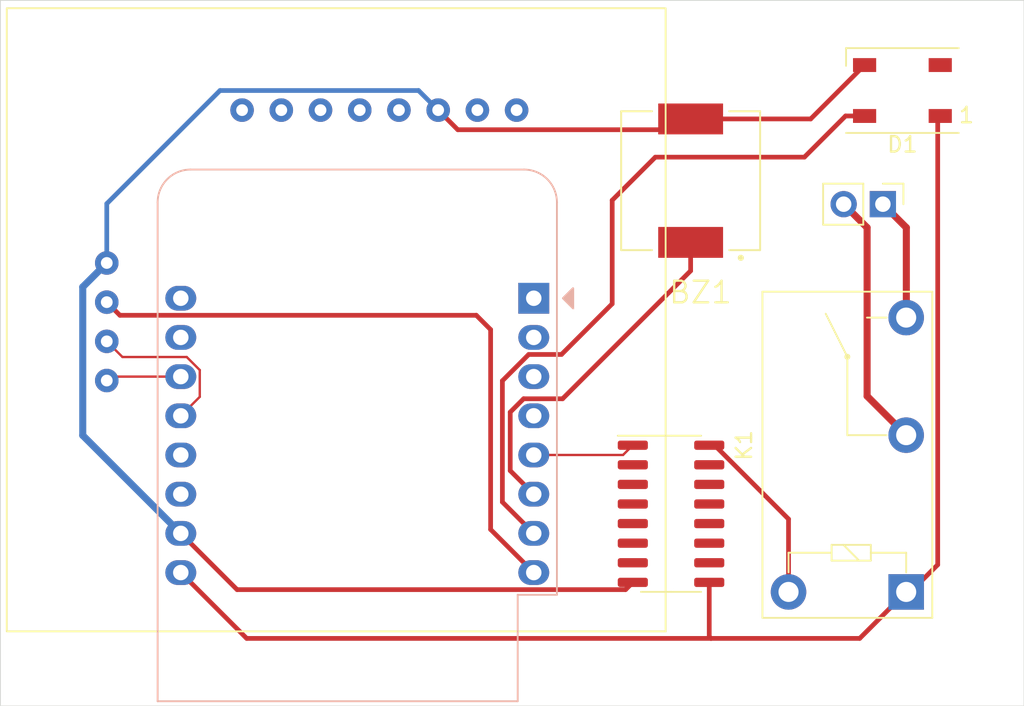
<source format=kicad_pcb>
(kicad_pcb (version 20211014) (generator pcbnew)
  (layers (0 "F.Cu" signal) (31 "B.Cu" signal) (34 "B.Paste" user) (35 "F.Paste" user) (36 "B.SilkS" user "B.Silkscreen") (37 "F.SilkS" user "F.Silkscreen") (38 "B.Mask" user) (39 "F.Mask" user) (44 "Edge.Cuts" user))
  (net 0 "")
  (net 4 "5V")
  (net 6 "GND")
  (net 7 "BUZZ")
  (net 8 "LED")
  (net 13 "Net-(K1-Pad5)")
  (net 14 "SWITCH")
  (net 28 "3V")
  (net 29 "SDA")
  (net 30 "SCL")
  (net 38 "Net-(J1-Pad1)")
  (net 39 "Net-(J1-Pad2)")
  (footprint "Connector_PinHeader_2.54mm:PinHeader_1x02_P2.54mm_Vertical" (layer "F.Cu") (at 134.371 67.564 -90)
    (fp_text reference "J1" hide)
    (fp_text value "Conn_01x02" hide)
    (fp_line (start -1.33 0) (end -1.33 -1.33) (layer "F.SilkS") (width 0.12))
    (fp_line (start -1.33 3.87) (end 1.33 3.87) (layer "F.SilkS") (width 0.12))
    (fp_line (start -1.33 -1.33) (end 0 -1.33) (layer "F.SilkS") (width 0.12))
    (fp_line (start -1.33 1.27) (end 1.33 1.27) (layer "F.SilkS") (width 0.12))
    (fp_line (start -1.33 1.27) (end -1.33 3.87) (layer "F.SilkS") (width 0.12))
    (fp_line (start 1.33 1.27) (end 1.33 3.87) (layer "F.SilkS") (width 0.12))
    (pad "1" thru_hole rect (at 0 0 270) (size 1.7 1.7) (drill 1) (layers *.Cu *.Mask) (net 38 "Net-(J1-Pad1)"))
    (pad "2" thru_hole oval (at 0 2.54 270) (size 1.7 1.7) (drill 1) (layers *.Cu *.Mask) (net 39 "Net-(J1-Pad2)"))
  )
  (footprint "parts:NFC_Reader_V3" (layer "F.Cu") (at 120.301 95.25 180)
    (fp_text reference "U2" hide)
    (fp_text value "NFC_Reader_V3" hide)
    (fp_rect (start 0 0) (end 42.672 40.386) (layer "F.SilkS") (width 0.12) (fill none))
    (pad "1" thru_hole circle (at 36.195 23.876 180) (size 1.524 1.524) (drill 0.762) (layers *.Mask "F.Cu" "In1.Cu" "B.Cu") (net 6 "GND"))
    (pad "2" thru_hole circle (at 36.195 21.336 180) (size 1.524 1.524) (drill 0.762) (layers *.Mask "F.Cu" "In1.Cu" "B.Cu") (net 28 "3V"))
    (pad "3" thru_hole circle (at 36.195 18.796 180) (size 1.524 1.524) (drill 0.762) (layers *.Mask "F.Cu" "In1.Cu" "B.Cu") (net 29 "SDA"))
    (pad "4" thru_hole circle (at 36.195 16.256 180) (size 1.524 1.524) (drill 0.762) (layers *.Mask "F.Cu" "In1.Cu" "B.Cu") (net 30 "SCL"))
    (pad "5" thru_hole circle (at 27.432 33.782 270) (size 1.524 1.524) (drill 0.762) (layers *.Mask "F.Cu" "In1.Cu" "B.Cu"))
    (pad "6" thru_hole circle (at 24.892 33.782 180) (size 1.524 1.524) (drill 0.762) (layers *.Mask "F.Cu" "In1.Cu" "B.Cu"))
    (pad "7" thru_hole circle (at 22.352 33.782 180) (size 1.524 1.524) (drill 0.762) (layers *.Mask "F.Cu" "In1.Cu" "B.Cu"))
    (pad "8" thru_hole circle (at 19.812 33.782 180) (size 1.524 1.524) (drill 0.762) (layers *.Mask "F.Cu" "In1.Cu" "B.Cu"))
    (pad "9" thru_hole circle (at 17.272 33.782 180) (size 1.524 1.524) (drill 0.762) (layers *.Mask "F.Cu" "In1.Cu" "B.Cu"))
    (pad "10" thru_hole circle (at 14.732 33.782 180) (size 1.524 1.524) (drill 0.762) (layers *.Mask "F.Cu" "In1.Cu" "B.Cu") (net 6 "GND"))
    (pad "11" thru_hole circle (at 12.192 33.782 180) (size 1.524 1.524) (drill 0.762) (layers *.Mask "F.Cu" "In1.Cu" "B.Cu"))
    (pad "12" thru_hole circle (at 9.652 33.782 180) (size 1.524 1.524) (drill 0.762) (layers *.Mask "F.Cu" "In1.Cu" "B.Cu"))
  )
  (footprint "parts:CUI_CPT-9019S-SMT" (layer "F.Cu") (at 121.92 66.04 180)
    (fp_text reference "BZ1" (at -0.6353 -7.24235) (layer "F.SilkS") (effects (font (size 1.400646 1.400646))))
    (fp_text value "Buzzer")
    (fp_line (start -4.5 4.5) (end -2.5 4.5) (layer "F.SilkS") (width 0.127))
    (fp_line (start -4.5 -4.5) (end -4.5 4.5) (layer "F.SilkS") (width 0.127))
    (fp_line (start 4.5 4.5) (end 4.5 -4.5) (layer "F.SilkS") (width 0.127))
    (fp_line (start 4.5 -4.5) (end 2.5 -4.5) (layer "F.SilkS") (width 0.127))
    (fp_line (start -2.5 -4.5) (end -4.5 -4.5) (layer "F.SilkS") (width 0.127))
    (fp_line (start 2.5 4.5) (end 4.5 4.5) (layer "F.SilkS") (width 0.127))
    (fp_circle (center -3.25 -5) (end -3.15 -5) (layer "F.SilkS") (width 0.2) (fill none))
    (pad "1" smd rect locked (at 0 -4 180) (size 4.2 2) (layers "F.Cu" "F.Paste" "F.Mask") (net 7 "BUZZ"))
    (pad "2" smd rect locked (at 0 4 180) (size 4.2 2) (layers "F.Cu" "F.Paste" "F.Mask") (net 6 "GND"))
  )
  (footprint "LED_SMD:LED_WS2812B_PLCC4_5.0x5.0mm_P3.2mm" (layer "F.Cu") (at 135.636 60.198 180)
    (fp_text reference "D1" (at 0 -3.5) (layer "F.SilkS"))
    (fp_text value "WS2812B")
    (fp_text user "1" (at -4.15 -1.6) (layer "F.SilkS"))
    (fp_line (start 3.65 2.75) (end 3.65 1.6) (layer "F.SilkS") (width 0.12))
    (fp_line (start -3.65 2.75) (end 3.65 2.75) (layer "F.SilkS") (width 0.12))
    (fp_line (start -3.65 -2.75) (end 3.65 -2.75) (layer "F.SilkS") (width 0.12))
    (pad "1" smd rect (at -2.45 -1.65 180) (size 1.5 0.9) (layers "F.Cu" "F.Paste" "F.Mask") (net 4 "5V"))
    (pad "2" smd rect (at -2.45 1.65 180) (size 1.5 0.9) (layers "F.Cu" "F.Paste" "F.Mask"))
    (pad "3" smd rect (at 2.45 1.65 180) (size 1.5 0.9) (layers "F.Cu" "F.Paste" "F.Mask") (net 6 "GND"))
    (pad "4" smd rect (at 2.45 -1.65 180) (size 1.5 0.9) (layers "F.Cu" "F.Paste" "F.Mask") (net 8 "LED"))
  )
  (footprint "Relay_THT:Relay_SPST_Omron-G5Q-1A" (layer "F.Cu") (at 135.88 92.695 90)
    (fp_text reference "K1" (at 9.5 -10.5 90) (layer "F.SilkS"))
    (fp_text value "G5Q-1A")
    (fp_line (start 2.54 0) (end 2.54 -2.29) (layer "F.SilkS") (width 0.12))
    (fp_line (start 2.54 -2.29) (end 2.03 -2.29) (layer "F.SilkS") (width 0.12))
    (fp_line (start 2.03 -3.05) (end 3.05 -4.06) (layer "F.SilkS") (width 0.12))
    (fp_line (start 19.46 1.69) (end 19.46 -9.31) (layer "F.SilkS") (width 0.12))
    (fp_line (start 17.78 -1.27) (end 17.78 -2.54) (layer "F.SilkS") (width 0.12))
    (fp_line (start -1.68 1.69) (end -1.68 -9.31) (layer "F.SilkS") (width 0.12))
    (fp_line (start 2.54 -4.83) (end 3.05 -4.83) (layer "F.SilkS") (width 0.12))
    (fp_line (start 1.27 0) (end 2.54 0) (layer "F.SilkS") (width 0.12))
    (fp_line (start 2.54 -7.62) (end 1.27 -7.62) (layer "F.SilkS") (width 0.12))
    (fp_line (start 2.54 -4.83) (end 2.54 -7.62) (layer "F.SilkS") (width 0.12))
    (fp_line (start -1.68 -9.31) (end 19.46 -9.31) (layer "F.SilkS") (width 0.12))
    (fp_line (start 3.05 -4.83) (end 3.05 -2.29) (layer "F.SilkS") (width 0.12))
    (fp_line (start -1.68 1.69) (end 19.46 1.69) (layer "F.SilkS") (width 0.12))
    (fp_line (start 10.16 -3.81) (end 15.24 -3.81) (layer "F.SilkS") (width 0.12))
    (fp_line (start 10.16 -1.27) (end 10.16 -3.81) (layer "F.SilkS") (width 0.12))
    (fp_line (start 15.24 -3.81) (end 18.03 -5.21) (layer "F.SilkS") (width 0.12))
    (fp_line (start 2.03 -4.83) (end 2.54 -4.83) (layer "F.SilkS") (width 0.12))
    (fp_line (start 3.05 -2.29) (end 2.54 -2.29) (layer "F.SilkS") (width 0.12))
    (fp_line (start 2.03 -2.29) (end 2.03 -4.83) (layer "F.SilkS") (width 0.12))
    (fp_circle (center 15.24 -3.81) (end 15.24 -3.68) (layer "F.SilkS") (width 0.12) (fill none))
    (pad "1" thru_hole rect (at 0 0 270) (size 2.3 2.3) (drill 1.3) (layers *.Cu *.Mask) (net 4 "5V"))
    (pad "2" thru_hole circle (at 10.16 0 270) (size 2.3 2.3) (drill 1.3) (layers *.Cu *.Mask) (net 39 "Net-(J1-Pad2)"))
    (pad "3" thru_hole circle (at 17.78 0 270) (size 2.3 2.3) (drill 1.3) (layers *.Cu *.Mask) (net 38 "Net-(J1-Pad1)"))
    (pad "5" thru_hole circle (at 0 -7.62 270) (size 2.3 2.3) (drill 1.3) (layers *.Cu *.Mask) (net 13 "Net-(K1-Pad5)"))
  )
  (footprint "MountingHole:MountingHole_2.1mm" (layer "F.Cu") (at 85.09 62.484)
    (fp_text reference "H2" hide)
    (fp_text value "MountingHole" hide)
    (pad "" np_thru_hole circle (at 0 0) (size 2.1 2.1) (drill 2.1) (layers *.Cu *.Mask))
  )
  (footprint "Package_SO:SOIC-16_3.9x9.9mm_P1.27mm" (layer "F.Cu") (at 120.65 87.63)
    (fp_text reference "U3" hide)
    (fp_text value "ULN2003")
    (fp_line (start 0 5.06) (end -1.95 5.06) (layer "F.SilkS") (width 0.12))
    (fp_line (start 0 5.06) (end 1.95 5.06) (layer "F.SilkS") (width 0.12))
    (fp_line (start 0 -5.06) (end 1.95 -5.06) (layer "F.SilkS") (width 0.12))
    (fp_line (start 0 -5.06) (end -3.45 -5.06) (layer "F.SilkS") (width 0.12))
    (pad "1" smd roundrect (at -2.475 -4.445) (size 1.95 0.6) (layers "F.Cu" "F.Paste" "F.Mask") (net 14 "SWITCH"))
    (pad "2" smd roundrect (at -2.475 -3.175) (size 1.95 0.6) (layers "F.Cu" "F.Paste" "F.Mask"))
    (pad "3" smd roundrect (at -2.475 -1.905) (size 1.95 0.6) (layers "F.Cu" "F.Paste" "F.Mask"))
    (pad "4" smd roundrect (at -2.475 -0.635) (size 1.95 0.6) (layers "F.Cu" "F.Paste" "F.Mask"))
    (pad "5" smd roundrect (at -2.475 0.635) (size 1.95 0.6) (layers "F.Cu" "F.Paste" "F.Mask"))
    (pad "6" smd roundrect (at -2.475 1.905) (size 1.95 0.6) (layers "F.Cu" "F.Paste" "F.Mask"))
    (pad "7" smd roundrect (at -2.475 3.175) (size 1.95 0.6) (layers "F.Cu" "F.Paste" "F.Mask"))
    (pad "8" smd roundrect (at -2.475 4.445) (size 1.95 0.6) (layers "F.Cu" "F.Paste" "F.Mask") (net 6 "GND"))
    (pad "9" smd roundrect (at 2.475 4.445) (size 1.95 0.6) (layers "F.Cu" "F.Paste" "F.Mask") (net 4 "5V"))
    (pad "10" smd roundrect (at 2.475 3.175) (size 1.95 0.6) (layers "F.Cu" "F.Paste" "F.Mask"))
    (pad "11" smd roundrect (at 2.475 1.905) (size 1.95 0.6) (layers "F.Cu" "F.Paste" "F.Mask"))
    (pad "12" smd roundrect (at 2.475 0.635) (size 1.95 0.6) (layers "F.Cu" "F.Paste" "F.Mask"))
    (pad "13" smd roundrect (at 2.475 -0.635) (size 1.95 0.6) (layers "F.Cu" "F.Paste" "F.Mask"))
    (pad "14" smd roundrect (at 2.475 -1.905) (size 1.95 0.6) (layers "F.Cu" "F.Paste" "F.Mask"))
    (pad "15" smd roundrect (at 2.475 -3.175) (size 1.95 0.6) (layers "F.Cu" "F.Paste" "F.Mask"))
    (pad "16" smd roundrect (at 2.475 -4.445) (size 1.95 0.6) (layers "F.Cu" "F.Paste" "F.Mask") (net 13 "Net-(K1-Pad5)"))
  )
  (footprint "MountingHole:MountingHole_2.1mm" (layer "F.Cu") (at 139.954 96.52)
    (fp_text reference "H1" hide)
    (fp_text value "MountingHole" hide)
    (pad "" np_thru_hole circle (at 0 0) (size 2.1 2.1) (drill 2.1) (layers *.Cu *.Mask))
  )
  (footprint "Module:WEMOS_D1_mini_light" (layer "B.Cu") (at 111.76 73.66 180)
    (fp_text reference "U1" hide)
    (fp_text value "WeMos_D1_mini")
    (fp_line (start 24.36 -26.12) (end 24.36 6.21) (layer "B.SilkS") (width 0.12))
    (fp_line (start 1.04 -26.12) (end 24.36 -26.12) (layer "B.SilkS") (width 0.12))
    (fp_line (start 1.04 -19.22) (end 1.04 -26.12) (layer "B.SilkS") (width 0.12))
    (fp_line (start 22.24 8.34) (end 0.63 8.34) (layer "B.SilkS") (width 0.12))
    (fp_line (start -1.5 -19.22) (end 1.04 -19.22) (layer "B.SilkS") (width 0.12))
    (fp_line (start -1.5 -19.22) (end -1.5 6.21) (layer "B.SilkS") (width 0.12))
    (fp_arc (start 24.36 6.21) (mid 23.736137 7.716137) (end 22.23 8.34) (layer "B.SilkS") (width 0.12))
    (fp_arc (start 0.63 8.34) (mid -0.876137 7.716137) (end -1.5 6.21) (layer "B.SilkS") (width 0.12))
    (fp_poly (pts (xy -2.54 0.635) (xy -2.54 -0.635) (xy -1.905 0)) (layer "B.SilkS") (width 0.15) (fill solid))
    (pad "1" thru_hole rect (at 0 0 180) (size 2 2) (drill 1) (layers *.Cu *.Mask))
    (pad "2" thru_hole oval (at 0 -2.54 180) (size 2 1.6) (drill 1) (layers *.Cu *.Mask))
    (pad "3" thru_hole oval (at 0 -5.08 180) (size 2 1.6) (drill 1) (layers *.Cu *.Mask))
    (pad "4" thru_hole oval (at 0 -7.62 180) (size 2 1.6) (drill 1) (layers *.Cu *.Mask))
    (pad "5" thru_hole oval (at 0 -10.16 180) (size 2 1.6) (drill 1) (layers *.Cu *.Mask) (net 14 "SWITCH"))
    (pad "6" thru_hole oval (at 0 -12.7 180) (size 2 1.6) (drill 1) (layers *.Cu *.Mask) (net 7 "BUZZ"))
    (pad "7" thru_hole oval (at 0 -15.24 180) (size 2 1.6) (drill 1) (layers *.Cu *.Mask) (net 8 "LED"))
    (pad "8" thru_hole oval (at 0 -17.78 180) (size 2 1.6) (drill 1) (layers *.Cu *.Mask) (net 28 "3V"))
    (pad "9" thru_hole oval (at 22.86 -17.78 180) (size 2 1.6) (drill 1) (layers *.Cu *.Mask) (net 4 "5V"))
    (pad "10" thru_hole oval (at 22.86 -15.24 180) (size 2 1.6) (drill 1) (layers *.Cu *.Mask) (net 6 "GND"))
    (pad "11" thru_hole oval (at 22.86 -12.7 180) (size 2 1.6) (drill 1) (layers *.Cu *.Mask))
    (pad "12" thru_hole oval (at 22.86 -10.16 180) (size 2 1.6) (drill 1) (layers *.Cu *.Mask))
    (pad "13" thru_hole oval (at 22.86 -7.62 180) (size 2 1.6) (drill 1) (layers *.Cu *.Mask) (net 29 "SDA"))
    (pad "14" thru_hole oval (at 22.86 -5.08 180) (size 2 1.6) (drill 1) (layers *.Cu *.Mask) (net 30 "SCL"))
    (pad "15" thru_hole oval (at 22.86 -2.54 180) (size 2 1.6) (drill 1) (layers *.Cu *.Mask))
    (pad "16" thru_hole oval (at 22.86 0 180) (size 2 1.6) (drill 1) (layers *.Cu *.Mask))
  )
  (gr_rect (start 77.216 54.356) (end 143.51 100.076) (layer "Edge.Cuts") (width 0.05) (fill none))
  (segment (start 123.125 92.075) (end 123.125 95.591398) (width 0.3048) (layer "F.Cu") (net 4))
  (segment (start 137.922 62.012) (end 138.086 61.848) (width 0.3048) (layer "F.Cu") (net 4))
  (segment (start 123.125 95.591398) (end 123.240801 95.707199) (width 0.3048) (layer "F.Cu") (net 4))
  (segment (start 137.922 90.932) (end 136.159 92.695) (width 0.3048) (layer "F.Cu") (net 4))
  (segment (start 137.922 90.932) (end 137.922 62.012) (width 0.3048) (layer "F.Cu") (net 4))
  (segment (start 132.867801 95.707199) (end 123.240801 95.707199) (width 0.3048) (layer "F.Cu") (net 4))
  (segment (start 123.240801 95.707199) (end 93.167199 95.707199) (width 0.3048) (layer "F.Cu") (net 4))
  (segment (start 135.88 92.695) (end 132.867801 95.707199) (width 0.3048) (layer "F.Cu") (net 4))
  (segment (start 88.9 91.44) (end 93.167199 95.707199) (width 0.3048) (layer "F.Cu") (net 4))
  (segment (start 121.92 62.04) (end 129.694 62.04) (width 0.3048) (layer "F.Cu") (net 6))
  (segment (start 129.694 62.04) (end 133.186 58.548) (width 0.3048) (layer "F.Cu") (net 6))
  (segment (start 118.175 92.075) (end 117.7052 92.5448) (width 0.3048) (layer "F.Cu") (net 6))
  (segment (start 106.839 62.738) (end 121.222 62.738) (width 0.3048) (layer "F.Cu") (net 6))
  (segment (start 121.222 62.738) (end 121.92 62.04) (width 0.3048) (layer "F.Cu") (net 6))
  (segment (start 117.7052 92.5448) (end 92.5448 92.5448) (width 0.3048) (layer "F.Cu") (net 6))
  (segment (start 105.569 61.468) (end 106.839 62.738) (width 0.3048) (layer "F.Cu") (net 6))
  (segment (start 92.5448 92.5448) (end 88.9 88.9) (width 0.3048) (layer "F.Cu") (net 6))
  (segment (start 105.569 61.468) (end 104.299 60.198) (width 0.3048) (layer "B.Cu") (net 6))
  (segment (start 82.55 72.93) (end 84.106 71.374) (width 0.4572) (layer "B.Cu") (net 6))
  (segment (start 91.44 60.198) (end 84.106 67.532) (width 0.3048) (layer "B.Cu") (net 6))
  (segment (start 104.299 60.198) (end 91.44 60.198) (width 0.3048) (layer "B.Cu") (net 6))
  (segment (start 82.55 82.55) (end 82.55 72.93) (width 0.4572) (layer "B.Cu") (net 6))
  (segment (start 84.106 67.532) (end 84.106 71.374) (width 0.3048) (layer "B.Cu") (net 6))
  (segment (start 88.9 88.9) (end 82.55 82.55) (width 0.4572) (layer "B.Cu") (net 6))
  (segment (start 121.92 71.882) (end 121.92 70.04) (width 0.3048) (layer "F.Cu") (net 7))
  (segment (start 111.102377 80.1752) (end 113.6268 80.1752) (width 0.3048) (layer "F.Cu") (net 7))
  (segment (start 110.236 81.041577) (end 111.102377 80.1752) (width 0.3048) (layer "F.Cu") (net 7))
  (segment (start 110.236 84.836) (end 110.236 81.041577) (width 0.3048) (layer "F.Cu") (net 7))
  (segment (start 113.6268 80.1752) (end 121.92 71.882) (width 0.3048) (layer "F.Cu") (net 7))
  (segment (start 111.76 86.36) (end 110.236 84.836) (width 0.3048) (layer "F.Cu") (net 7))
  (segment (start 109.728 79.009577) (end 111.432777 77.3048) (width 0.3048) (layer "F.Cu") (net 8))
  (segment (start 119.634 64.516) (end 129.286 64.516) (width 0.3048) (layer "F.Cu") (net 8))
  (segment (start 113.5552 77.3048) (end 116.84 74.02) (width 0.3048) (layer "F.Cu") (net 8))
  (segment (start 109.728 86.868) (end 109.728 79.009577) (width 0.3048) (layer "F.Cu") (net 8))
  (segment (start 131.954 61.848) (end 133.186 61.848) (width 0.3048) (layer "F.Cu") (net 8))
  (segment (start 116.84 74.02) (end 116.84 67.31) (width 0.3048) (layer "F.Cu") (net 8))
  (segment (start 111.76 88.9) (end 109.728 86.868) (width 0.3048) (layer "F.Cu") (net 8))
  (segment (start 116.84 67.31) (end 119.634 64.516) (width 0.3048) (layer "F.Cu") (net 8))
  (segment (start 129.286 64.516) (end 131.954 61.848) (width 0.3048) (layer "F.Cu") (net 8))
  (segment (start 111.432777 77.3048) (end 113.5552 77.3048) (width 0.3048) (layer "F.Cu") (net 8))
  (segment (start 123.125 83.185) (end 123.473184 83.185) (width 0.3048) (layer "F.Cu") (net 13))
  (segment (start 123.473184 83.185) (end 128.26 87.971816) (width 0.3048) (layer "F.Cu") (net 13))
  (segment (start 128.26 87.971816) (end 128.26 92.695) (width 0.3048) (layer "F.Cu") (net 13))
  (segment (start 111.76 83.82) (end 117.54 83.82) (width 0.1524) (layer "F.Cu") (net 14))
  (segment (start 117.54 83.82) (end 118.175 83.185) (width 0.1524) (layer "F.Cu") (net 14))
  (segment (start 108.966 75.692) (end 108.0388 74.7648) (width 0.3048) (layer "F.Cu") (net 28))
  (segment (start 108.966 88.646) (end 108.966 75.692) (width 0.3048) (layer "F.Cu") (net 28))
  (segment (start 108.0388 74.7648) (end 84.9568 74.7648) (width 0.3048) (layer "F.Cu") (net 28))
  (segment (start 84.9568 74.7648) (end 84.106 73.914) (width 0.3048) (layer "F.Cu") (net 28))
  (segment (start 111.76 91.44) (end 108.966 88.646) (width 0.3048) (layer "F.Cu") (net 28))
  (segment (start 88.9 81.28) (end 90.1286 80.0514) (width 0.1524) (layer "F.Cu") (net 29))
  (segment (start 85.122 77.47) (end 84.106 76.454) (width 0.1524) (layer "F.Cu") (net 29))
  (segment (start 90.1286 78.31394) (end 89.28466 77.47) (width 0.1524) (layer "F.Cu") (net 29))
  (segment (start 90.1286 80.0514) (end 90.1286 78.31394) (width 0.1524) (layer "F.Cu") (net 29))
  (segment (start 89.28466 77.47) (end 85.122 77.47) (width 0.1524) (layer "F.Cu") (net 29))
  (segment (start 88.9 78.74) (end 84.36 78.74) (width 0.1524) (layer "F.Cu") (net 30))
  (segment (start 84.36 78.74) (end 84.106 78.994) (width 0.1524) (layer "F.Cu") (net 30))
  (segment (start 135.89 74.905) (end 135.89 69.083) (width 0.4572) (layer "F.Cu") (net 38))
  (segment (start 135.89 69.083) (end 134.371 67.564) (width 0.4572) (layer "F.Cu") (net 38))
  (segment (start 135.88 74.915) (end 135.89 74.905) (width 0.4572) (layer "F.Cu") (net 38))
  (segment (start 133.35 69.083) (end 131.831 67.564) (width 0.4572) (layer "F.Cu") (net 39))
  (segment (start 135.88 82.535) (end 133.35 80.005) (width 0.4572) (layer "F.Cu") (net 39))
  (segment (start 133.35 80.005) (end 133.35 69.083) (width 0.4572) (layer "F.Cu") (net 39))
)
</source>
